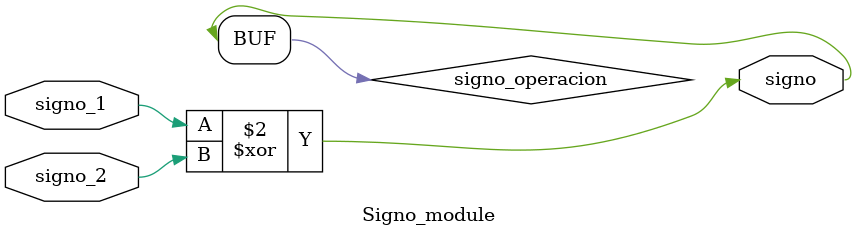
<source format=sv>
module Signo_module
(
	input signo_1,
	input signo_2,
	output signo
);

logic signo_operacion;

always_comb begin
		signo_operacion = signo_1 ^ signo_2;
end

assign signo = signo_operacion;

endmodule

</source>
